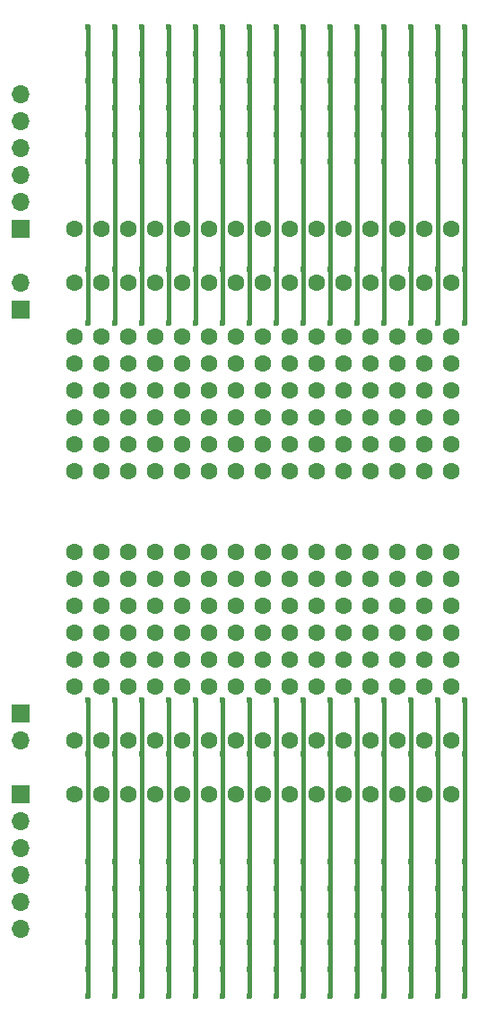
<source format=gbr>
G04 #@! TF.FileFunction,Copper,L2,Bot,Signal*
%FSLAX45Y45*%
G04 Gerber Fmt 4.5, Leading zero omitted, Abs format (unit mm)*
G04 Created by KiCad (PCBNEW 4.0.2-stable) date 2017/02/23 16:32:30*
%MOMM*%
G01*
G04 APERTURE LIST*
%ADD10C,0.200000*%
%ADD11R,1.700000X1.700000*%
%ADD12O,1.700000X1.700000*%
%ADD13C,1.600000*%
%ADD14C,0.600000*%
%ADD15C,0.400000*%
G04 APERTURE END LIST*
D10*
D11*
X10508000Y-7333000D03*
D12*
X10508000Y-7079000D03*
X10508000Y-6825000D03*
X10508000Y-6571000D03*
X10508000Y-6317000D03*
X10508000Y-6063000D03*
D11*
X10508000Y-8095000D03*
D12*
X10508000Y-7841000D03*
D11*
X10508000Y-11905000D03*
D12*
X10508000Y-12159000D03*
D11*
X10508000Y-12667000D03*
D12*
X10508000Y-12921000D03*
X10508000Y-13175000D03*
X10508000Y-13429000D03*
X10508000Y-13683000D03*
X10508000Y-13937000D03*
D13*
X11016000Y-9619000D03*
X11016000Y-9365000D03*
X11016000Y-9111000D03*
X11016000Y-8857000D03*
X11016000Y-8603000D03*
X11016000Y-8349000D03*
X11016000Y-11651000D03*
X11016000Y-11397000D03*
X11016000Y-11143000D03*
X11016000Y-10889000D03*
X11016000Y-10635000D03*
X11016000Y-10381000D03*
X11016000Y-7333000D03*
X11016000Y-7841000D03*
X11016000Y-12667000D03*
X11016000Y-12159000D03*
X11270000Y-9619000D03*
X11270000Y-9365000D03*
X11270000Y-9111000D03*
X11270000Y-8857000D03*
X11270000Y-8603000D03*
X11270000Y-8349000D03*
X11270000Y-11651000D03*
X11270000Y-11397000D03*
X11270000Y-11143000D03*
X11270000Y-10889000D03*
X11270000Y-10635000D03*
X11270000Y-10381000D03*
X11270000Y-7333000D03*
X11270000Y-7841000D03*
X11270000Y-12667000D03*
X11270000Y-12159000D03*
X11524000Y-9619000D03*
X11524000Y-9365000D03*
X11524000Y-9111000D03*
X11524000Y-8857000D03*
X11524000Y-8603000D03*
X11524000Y-8349000D03*
X11524000Y-11651000D03*
X11524000Y-11397000D03*
X11524000Y-11143000D03*
X11524000Y-10889000D03*
X11524000Y-10635000D03*
X11524000Y-10381000D03*
X11524000Y-7333000D03*
X11524000Y-7841000D03*
X11524000Y-12667000D03*
X11524000Y-12159000D03*
X11778000Y-9619000D03*
X11778000Y-9365000D03*
X11778000Y-9111000D03*
X11778000Y-8857000D03*
X11778000Y-8603000D03*
X11778000Y-8349000D03*
X11778000Y-11651000D03*
X11778000Y-11397000D03*
X11778000Y-11143000D03*
X11778000Y-10889000D03*
X11778000Y-10635000D03*
X11778000Y-10381000D03*
X11778000Y-7333000D03*
X11778000Y-7841000D03*
X11778000Y-12667000D03*
X11778000Y-12159000D03*
X12032000Y-9619000D03*
X12032000Y-9365000D03*
X12032000Y-9111000D03*
X12032000Y-8857000D03*
X12032000Y-8603000D03*
X12032000Y-8349000D03*
X12032000Y-11651000D03*
X12032000Y-11397000D03*
X12032000Y-11143000D03*
X12032000Y-10889000D03*
X12032000Y-10635000D03*
X12032000Y-10381000D03*
X12032000Y-7333000D03*
X12032000Y-7841000D03*
X12032000Y-12667000D03*
X12032000Y-12159000D03*
X12286000Y-9619000D03*
X12286000Y-9365000D03*
X12286000Y-9111000D03*
X12286000Y-8857000D03*
X12286000Y-8603000D03*
X12286000Y-8349000D03*
X12286000Y-11651000D03*
X12286000Y-11397000D03*
X12286000Y-11143000D03*
X12286000Y-10889000D03*
X12286000Y-10635000D03*
X12286000Y-10381000D03*
X12286000Y-7333000D03*
X12286000Y-7841000D03*
X12286000Y-12667000D03*
X12286000Y-12159000D03*
X12540000Y-9619000D03*
X12540000Y-9365000D03*
X12540000Y-9111000D03*
X12540000Y-8857000D03*
X12540000Y-8603000D03*
X12540000Y-8349000D03*
X12540000Y-11651000D03*
X12540000Y-11397000D03*
X12540000Y-11143000D03*
X12540000Y-10889000D03*
X12540000Y-10635000D03*
X12540000Y-10381000D03*
X12540000Y-7333000D03*
X12540000Y-7841000D03*
X12540000Y-12667000D03*
X12540000Y-12159000D03*
X12794000Y-9619000D03*
X12794000Y-9365000D03*
X12794000Y-9111000D03*
X12794000Y-8857000D03*
X12794000Y-8603000D03*
X12794000Y-8349000D03*
X12794000Y-11651000D03*
X12794000Y-11397000D03*
X12794000Y-11143000D03*
X12794000Y-10889000D03*
X12794000Y-10635000D03*
X12794000Y-10381000D03*
X12794000Y-7333000D03*
X12794000Y-7841000D03*
X12794000Y-12667000D03*
X12794000Y-12159000D03*
X13048000Y-9619000D03*
X13048000Y-9365000D03*
X13048000Y-9111000D03*
X13048000Y-8857000D03*
X13048000Y-8603000D03*
X13048000Y-8349000D03*
X13048000Y-11651000D03*
X13048000Y-11397000D03*
X13048000Y-11143000D03*
X13048000Y-10889000D03*
X13048000Y-10635000D03*
X13048000Y-10381000D03*
X13048000Y-7333000D03*
X13048000Y-7841000D03*
X13048000Y-12667000D03*
X13048000Y-12159000D03*
X13302000Y-9619000D03*
X13302000Y-9365000D03*
X13302000Y-9111000D03*
X13302000Y-8857000D03*
X13302000Y-8603000D03*
X13302000Y-8349000D03*
X13302000Y-11651000D03*
X13302000Y-11397000D03*
X13302000Y-11143000D03*
X13302000Y-10889000D03*
X13302000Y-10635000D03*
X13302000Y-10381000D03*
X13302000Y-7333000D03*
X13302000Y-7841000D03*
X13302000Y-12667000D03*
X13302000Y-12159000D03*
X13556000Y-9619000D03*
X13556000Y-9365000D03*
X13556000Y-9111000D03*
X13556000Y-8857000D03*
X13556000Y-8603000D03*
X13556000Y-8349000D03*
X13556000Y-11651000D03*
X13556000Y-11397000D03*
X13556000Y-11143000D03*
X13556000Y-10889000D03*
X13556000Y-10635000D03*
X13556000Y-10381000D03*
X13556000Y-7333000D03*
X13556000Y-7841000D03*
X13556000Y-12667000D03*
X13556000Y-12159000D03*
X13810000Y-9619000D03*
X13810000Y-9365000D03*
X13810000Y-9111000D03*
X13810000Y-8857000D03*
X13810000Y-8603000D03*
X13810000Y-8349000D03*
X13810000Y-11651000D03*
X13810000Y-11397000D03*
X13810000Y-11143000D03*
X13810000Y-10889000D03*
X13810000Y-10635000D03*
X13810000Y-10381000D03*
X13810000Y-7333000D03*
X13810000Y-7841000D03*
X13810000Y-12667000D03*
X13810000Y-12159000D03*
X14064000Y-9619000D03*
X14064000Y-9365000D03*
X14064000Y-9111000D03*
X14064000Y-8857000D03*
X14064000Y-8603000D03*
X14064000Y-8349000D03*
X14064000Y-11651000D03*
X14064000Y-11397000D03*
X14064000Y-11143000D03*
X14064000Y-10889000D03*
X14064000Y-10635000D03*
X14064000Y-10381000D03*
X14064000Y-7333000D03*
X14064000Y-7841000D03*
X14064000Y-12667000D03*
X14064000Y-12159000D03*
X14318000Y-9619000D03*
X14318000Y-9365000D03*
X14318000Y-9111000D03*
X14318000Y-8857000D03*
X14318000Y-8603000D03*
X14318000Y-8349000D03*
X14318000Y-11651000D03*
X14318000Y-11397000D03*
X14318000Y-11143000D03*
X14318000Y-10889000D03*
X14318000Y-10635000D03*
X14318000Y-10381000D03*
X14318000Y-7333000D03*
X14318000Y-7841000D03*
X14318000Y-12667000D03*
X14318000Y-12159000D03*
X14572000Y-9619000D03*
X14572000Y-9365000D03*
X14572000Y-9111000D03*
X14572000Y-8857000D03*
X14572000Y-8603000D03*
X14572000Y-8349000D03*
X14572000Y-11651000D03*
X14572000Y-11397000D03*
X14572000Y-11143000D03*
X14572000Y-10889000D03*
X14572000Y-10635000D03*
X14572000Y-10381000D03*
X14572000Y-7333000D03*
X14572000Y-7841000D03*
X14572000Y-12667000D03*
X14572000Y-12159000D03*
D14*
X11143000Y-5428000D03*
X11143000Y-5682000D03*
X11143000Y-5936000D03*
X11143000Y-6190000D03*
X11143000Y-6444000D03*
X11143000Y-6698000D03*
X11143000Y-7714000D03*
X11143000Y-8222000D03*
X11143000Y-13556000D03*
X11143000Y-13810000D03*
X11143000Y-14318000D03*
X11143000Y-14572000D03*
X11143000Y-13302000D03*
X11143000Y-12286000D03*
X11143000Y-11778000D03*
X11143000Y-14064000D03*
X11397000Y-8222000D03*
X11397000Y-7714000D03*
X11397000Y-6698000D03*
X11397000Y-6444000D03*
X11397000Y-6190000D03*
X11397000Y-5936000D03*
X11397000Y-5682000D03*
X11397000Y-5428000D03*
X11397000Y-11778000D03*
X11397000Y-12286000D03*
X11397000Y-13302000D03*
X11397000Y-14572000D03*
X11397000Y-14318000D03*
X11397000Y-14064000D03*
X11397000Y-13810000D03*
X11397000Y-13556000D03*
X11651000Y-8222000D03*
X11651000Y-7714000D03*
X11651000Y-6698000D03*
X11651000Y-6444000D03*
X11651000Y-6190000D03*
X11651000Y-5936000D03*
X11651000Y-5682000D03*
X11651000Y-5428000D03*
X11651000Y-11778000D03*
X11651000Y-12286000D03*
X11651000Y-13302000D03*
X11651000Y-14572000D03*
X11651000Y-14318000D03*
X11651000Y-14064000D03*
X11651000Y-13810000D03*
X11651000Y-13556000D03*
X11905000Y-5428000D03*
X11905000Y-5682000D03*
X11905000Y-5936000D03*
X11905000Y-6190000D03*
X11905000Y-6444000D03*
X11905000Y-6698000D03*
X11905000Y-7714000D03*
X11905000Y-8222000D03*
X11905000Y-14318000D03*
X11905000Y-14572000D03*
X11905000Y-13302000D03*
X11905000Y-12286000D03*
X11905000Y-11778000D03*
X11905000Y-13556000D03*
X11905000Y-13810000D03*
X11905000Y-14064000D03*
X12159000Y-8222000D03*
X12159000Y-7714000D03*
X12159000Y-6698000D03*
X12159000Y-6444000D03*
X12159000Y-6190000D03*
X12159000Y-5936000D03*
X12159000Y-5682000D03*
X12159000Y-5428000D03*
X12159000Y-11778000D03*
X12159000Y-12286000D03*
X12159000Y-13302000D03*
X12159000Y-14572000D03*
X12159000Y-14318000D03*
X12159000Y-14064000D03*
X12159000Y-13810000D03*
X12159000Y-13556000D03*
X12413000Y-5428000D03*
X12413000Y-5682000D03*
X12413000Y-5936000D03*
X12413000Y-6190000D03*
X12413000Y-6444000D03*
X12413000Y-6698000D03*
X12413000Y-7714000D03*
X12413000Y-8222000D03*
X12413000Y-13556000D03*
X12413000Y-13810000D03*
X12413000Y-14064000D03*
X12413000Y-14318000D03*
X12413000Y-14572000D03*
X12413000Y-13302000D03*
X12413000Y-12286000D03*
X12413000Y-11778000D03*
X12667000Y-5428000D03*
X12667000Y-5682000D03*
X12667000Y-5936000D03*
X12667000Y-6190000D03*
X12667000Y-6444000D03*
X12667000Y-6698000D03*
X12667000Y-7714000D03*
X12667000Y-8222000D03*
X12667000Y-14318000D03*
X12667000Y-14572000D03*
X12667000Y-13302000D03*
X12667000Y-12286000D03*
X12667000Y-11778000D03*
X12667000Y-13556000D03*
X12667000Y-13810000D03*
X12667000Y-14064000D03*
X12921000Y-8222000D03*
X12921000Y-7714000D03*
X12921000Y-6698000D03*
X12921000Y-6444000D03*
X12921000Y-6190000D03*
X12921000Y-5936000D03*
X12921000Y-5682000D03*
X12921000Y-5428000D03*
X12921000Y-11778000D03*
X12921000Y-12286000D03*
X12921000Y-13302000D03*
X12921000Y-14572000D03*
X12921000Y-14318000D03*
X12921000Y-14064000D03*
X12921000Y-13810000D03*
X12921000Y-13556000D03*
X13175000Y-5428000D03*
X13175000Y-5682000D03*
X13175000Y-5936000D03*
X13175000Y-6190000D03*
X13175000Y-6444000D03*
X13175000Y-6698000D03*
X13175000Y-7714000D03*
X13175000Y-8222000D03*
X13175000Y-13556000D03*
X13175000Y-13810000D03*
X13175000Y-14064000D03*
X13175000Y-14318000D03*
X13175000Y-14572000D03*
X13175000Y-13302000D03*
X13175000Y-12286000D03*
X13175000Y-11778000D03*
X13429000Y-5428000D03*
X13429000Y-5682000D03*
X13429000Y-5936000D03*
X13429000Y-6190000D03*
X13429000Y-6444000D03*
X13429000Y-6698000D03*
X13429000Y-7714000D03*
X13429000Y-8222000D03*
X13429000Y-13556000D03*
X13429000Y-13810000D03*
X13429000Y-14064000D03*
X13429000Y-14318000D03*
X13429000Y-14572000D03*
X13429000Y-13302000D03*
X13429000Y-12286000D03*
X13429000Y-11778000D03*
X13683000Y-8222000D03*
X13683000Y-7714000D03*
X13683000Y-6698000D03*
X13683000Y-6444000D03*
X13683000Y-6190000D03*
X13683000Y-5936000D03*
X13683000Y-5682000D03*
X13683000Y-5428000D03*
X13683000Y-11778000D03*
X13683000Y-12286000D03*
X13683000Y-13302000D03*
X13683000Y-14572000D03*
X13683000Y-14318000D03*
X13683000Y-14064000D03*
X13683000Y-13810000D03*
X13683000Y-13556000D03*
X13937000Y-5428000D03*
X13937000Y-5682000D03*
X13937000Y-5936000D03*
X13937000Y-6190000D03*
X13937000Y-6444000D03*
X13937000Y-6698000D03*
X13937000Y-7714000D03*
X13937000Y-8222000D03*
X13937000Y-13556000D03*
X13937000Y-13810000D03*
X13937000Y-14064000D03*
X13937000Y-14318000D03*
X13937000Y-14572000D03*
X13937000Y-13302000D03*
X13937000Y-12286000D03*
X13937000Y-11778000D03*
X14191000Y-8222000D03*
X14191000Y-7714000D03*
X14191000Y-6698000D03*
X14191000Y-6444000D03*
X14191000Y-6190000D03*
X14191000Y-5936000D03*
X14191000Y-5682000D03*
X14191000Y-5428000D03*
X14191000Y-11778000D03*
X14191000Y-12286000D03*
X14191000Y-13302000D03*
X14191000Y-14572000D03*
X14191000Y-14318000D03*
X14191000Y-14064000D03*
X14191000Y-13810000D03*
X14191000Y-13556000D03*
X14445000Y-8222000D03*
X14445000Y-7714000D03*
X14445000Y-6698000D03*
X14445000Y-6444000D03*
X14445000Y-6190000D03*
X14445000Y-5936000D03*
X14445000Y-5682000D03*
X14445000Y-5428000D03*
X14445000Y-11778000D03*
X14445000Y-12286000D03*
X14445000Y-13302000D03*
X14445000Y-14572000D03*
X14445000Y-14318000D03*
X14445000Y-14064000D03*
X14445000Y-13810000D03*
X14445000Y-13556000D03*
X14699000Y-5428000D03*
X14699000Y-5682000D03*
X14699000Y-5936000D03*
X14699000Y-6190000D03*
X14699000Y-6444000D03*
X14699000Y-6698000D03*
X14699000Y-7714000D03*
X14699000Y-8222000D03*
X14699000Y-13556000D03*
X14699000Y-13810000D03*
X14699000Y-14064000D03*
X14699000Y-14318000D03*
X14699000Y-14572000D03*
X14699000Y-13302000D03*
X14699000Y-12286000D03*
X14699000Y-11778000D03*
D15*
X11143000Y-5428000D02*
X11143000Y-5682000D01*
X11143000Y-5936000D02*
X11143000Y-5682000D01*
X11143000Y-5936000D02*
X11143000Y-6190000D01*
X11143000Y-6444000D02*
X11143000Y-6190000D01*
X11143000Y-6444000D02*
X11143000Y-6698000D01*
X11143000Y-7714000D02*
X11143000Y-6698000D01*
X11143000Y-8222000D02*
X11143000Y-7714000D01*
X11143000Y-13302000D02*
X11143000Y-13556000D01*
X11143000Y-13556000D02*
X11143000Y-13810000D01*
X11143000Y-13810000D02*
X11143000Y-14064000D01*
X11143000Y-14318000D02*
X11143000Y-14572000D01*
X11143000Y-12286000D02*
X11143000Y-13302000D01*
X11143000Y-11778000D02*
X11143000Y-12286000D01*
X11143000Y-14064000D02*
X11143000Y-14318000D01*
X11397000Y-8222000D02*
X11397000Y-7714000D01*
X11397000Y-7714000D02*
X11397000Y-6698000D01*
X11397000Y-6444000D02*
X11397000Y-6698000D01*
X11397000Y-6444000D02*
X11397000Y-6190000D01*
X11397000Y-5936000D02*
X11397000Y-6190000D01*
X11397000Y-5936000D02*
X11397000Y-5682000D01*
X11397000Y-5428000D02*
X11397000Y-5682000D01*
X11397000Y-11778000D02*
X11397000Y-12286000D01*
X11397000Y-12286000D02*
X11397000Y-13302000D01*
X11397000Y-14318000D02*
X11397000Y-14572000D01*
X11397000Y-13302000D02*
X11397000Y-13556000D01*
X11397000Y-14064000D02*
X11397000Y-14318000D01*
X11397000Y-13810000D02*
X11397000Y-14064000D01*
X11397000Y-13556000D02*
X11397000Y-13810000D01*
X11651000Y-8222000D02*
X11651000Y-7714000D01*
X11651000Y-7714000D02*
X11651000Y-6698000D01*
X11651000Y-6444000D02*
X11651000Y-6698000D01*
X11651000Y-6444000D02*
X11651000Y-6190000D01*
X11651000Y-5936000D02*
X11651000Y-6190000D01*
X11651000Y-5936000D02*
X11651000Y-5682000D01*
X11651000Y-5428000D02*
X11651000Y-5682000D01*
X11651000Y-11778000D02*
X11651000Y-12286000D01*
X11651000Y-12286000D02*
X11651000Y-13302000D01*
X11651000Y-14318000D02*
X11651000Y-14572000D01*
X11651000Y-13302000D02*
X11651000Y-13556000D01*
X11651000Y-14064000D02*
X11651000Y-14318000D01*
X11651000Y-13810000D02*
X11651000Y-14064000D01*
X11651000Y-13556000D02*
X11651000Y-13810000D01*
X11905000Y-5428000D02*
X11905000Y-5682000D01*
X11905000Y-5936000D02*
X11905000Y-5682000D01*
X11905000Y-5936000D02*
X11905000Y-6190000D01*
X11905000Y-6444000D02*
X11905000Y-6190000D01*
X11905000Y-6444000D02*
X11905000Y-6698000D01*
X11905000Y-7714000D02*
X11905000Y-6698000D01*
X11905000Y-8222000D02*
X11905000Y-7714000D01*
X11905000Y-13302000D02*
X11905000Y-13556000D01*
X11905000Y-14318000D02*
X11905000Y-14572000D01*
X11905000Y-12286000D02*
X11905000Y-13302000D01*
X11905000Y-11778000D02*
X11905000Y-12286000D01*
X11905000Y-13556000D02*
X11905000Y-13810000D01*
X11905000Y-13810000D02*
X11905000Y-14064000D01*
X11905000Y-14064000D02*
X11905000Y-14318000D01*
X12159000Y-8222000D02*
X12159000Y-7714000D01*
X12159000Y-7714000D02*
X12159000Y-6698000D01*
X12159000Y-6444000D02*
X12159000Y-6698000D01*
X12159000Y-6444000D02*
X12159000Y-6190000D01*
X12159000Y-5936000D02*
X12159000Y-6190000D01*
X12159000Y-5936000D02*
X12159000Y-5682000D01*
X12159000Y-5428000D02*
X12159000Y-5682000D01*
X12159000Y-11778000D02*
X12159000Y-12286000D01*
X12159000Y-12286000D02*
X12159000Y-13302000D01*
X12159000Y-14318000D02*
X12159000Y-14572000D01*
X12159000Y-13302000D02*
X12159000Y-13556000D01*
X12159000Y-14064000D02*
X12159000Y-14318000D01*
X12159000Y-13810000D02*
X12159000Y-14064000D01*
X12159000Y-13556000D02*
X12159000Y-13810000D01*
X12413000Y-5428000D02*
X12413000Y-5682000D01*
X12413000Y-5936000D02*
X12413000Y-5682000D01*
X12413000Y-5936000D02*
X12413000Y-6190000D01*
X12413000Y-6444000D02*
X12413000Y-6190000D01*
X12413000Y-6444000D02*
X12413000Y-6698000D01*
X12413000Y-7714000D02*
X12413000Y-6698000D01*
X12413000Y-8222000D02*
X12413000Y-7714000D01*
X12413000Y-13556000D02*
X12413000Y-13810000D01*
X12413000Y-13810000D02*
X12413000Y-14064000D01*
X12413000Y-14064000D02*
X12413000Y-14318000D01*
X12413000Y-13302000D02*
X12413000Y-13556000D01*
X12413000Y-14318000D02*
X12413000Y-14572000D01*
X12413000Y-12286000D02*
X12413000Y-13302000D01*
X12413000Y-11778000D02*
X12413000Y-12286000D01*
X12667000Y-5428000D02*
X12667000Y-5682000D01*
X12667000Y-5936000D02*
X12667000Y-5682000D01*
X12667000Y-5936000D02*
X12667000Y-6190000D01*
X12667000Y-6444000D02*
X12667000Y-6190000D01*
X12667000Y-6444000D02*
X12667000Y-6698000D01*
X12667000Y-7714000D02*
X12667000Y-6698000D01*
X12667000Y-8222000D02*
X12667000Y-7714000D01*
X12667000Y-13302000D02*
X12667000Y-13556000D01*
X12667000Y-14318000D02*
X12667000Y-14572000D01*
X12667000Y-12286000D02*
X12667000Y-13302000D01*
X12667000Y-11778000D02*
X12667000Y-12286000D01*
X12667000Y-13556000D02*
X12667000Y-13810000D01*
X12667000Y-13810000D02*
X12667000Y-14064000D01*
X12667000Y-14064000D02*
X12667000Y-14318000D01*
X12921000Y-8222000D02*
X12921000Y-7714000D01*
X12921000Y-7714000D02*
X12921000Y-6698000D01*
X12921000Y-6444000D02*
X12921000Y-6698000D01*
X12921000Y-6444000D02*
X12921000Y-6190000D01*
X12921000Y-5936000D02*
X12921000Y-6190000D01*
X12921000Y-5936000D02*
X12921000Y-5682000D01*
X12921000Y-5428000D02*
X12921000Y-5682000D01*
X12921000Y-11778000D02*
X12921000Y-12286000D01*
X12921000Y-12286000D02*
X12921000Y-13302000D01*
X12921000Y-14318000D02*
X12921000Y-14572000D01*
X12921000Y-14064000D02*
X12921000Y-14318000D01*
X12921000Y-13810000D02*
X12921000Y-14064000D01*
X12921000Y-13556000D02*
X12921000Y-13810000D01*
X12921000Y-13302000D02*
X12921000Y-13556000D01*
X13175000Y-5428000D02*
X13175000Y-5682000D01*
X13175000Y-5936000D02*
X13175000Y-5682000D01*
X13175000Y-5936000D02*
X13175000Y-6190000D01*
X13175000Y-6444000D02*
X13175000Y-6190000D01*
X13175000Y-6444000D02*
X13175000Y-6698000D01*
X13175000Y-7714000D02*
X13175000Y-6698000D01*
X13175000Y-8222000D02*
X13175000Y-7714000D01*
X13175000Y-13556000D02*
X13175000Y-13810000D01*
X13175000Y-13810000D02*
X13175000Y-14064000D01*
X13175000Y-14064000D02*
X13175000Y-14318000D01*
X13175000Y-13302000D02*
X13175000Y-13556000D01*
X13175000Y-14318000D02*
X13175000Y-14572000D01*
X13175000Y-12286000D02*
X13175000Y-13302000D01*
X13175000Y-11778000D02*
X13175000Y-12286000D01*
X13429000Y-5428000D02*
X13429000Y-5682000D01*
X13429000Y-5936000D02*
X13429000Y-5682000D01*
X13429000Y-5936000D02*
X13429000Y-6190000D01*
X13429000Y-6444000D02*
X13429000Y-6190000D01*
X13429000Y-6444000D02*
X13429000Y-6698000D01*
X13429000Y-7714000D02*
X13429000Y-6698000D01*
X13429000Y-8222000D02*
X13429000Y-7714000D01*
X13429000Y-13556000D02*
X13429000Y-13810000D01*
X13429000Y-13810000D02*
X13429000Y-14064000D01*
X13429000Y-14064000D02*
X13429000Y-14318000D01*
X13429000Y-13302000D02*
X13429000Y-13556000D01*
X13429000Y-14318000D02*
X13429000Y-14572000D01*
X13429000Y-12286000D02*
X13429000Y-13302000D01*
X13429000Y-11778000D02*
X13429000Y-12286000D01*
X13683000Y-8222000D02*
X13683000Y-7714000D01*
X13683000Y-7714000D02*
X13683000Y-6698000D01*
X13683000Y-6444000D02*
X13683000Y-6698000D01*
X13683000Y-6444000D02*
X13683000Y-6190000D01*
X13683000Y-5936000D02*
X13683000Y-6190000D01*
X13683000Y-5936000D02*
X13683000Y-5682000D01*
X13683000Y-5428000D02*
X13683000Y-5682000D01*
X13683000Y-11778000D02*
X13683000Y-12286000D01*
X13683000Y-12286000D02*
X13683000Y-13302000D01*
X13683000Y-14318000D02*
X13683000Y-14572000D01*
X13683000Y-14064000D02*
X13683000Y-14318000D01*
X13683000Y-13810000D02*
X13683000Y-14064000D01*
X13683000Y-13556000D02*
X13683000Y-13810000D01*
X13683000Y-13302000D02*
X13683000Y-13556000D01*
X13937000Y-5428000D02*
X13937000Y-5682000D01*
X13937000Y-5936000D02*
X13937000Y-5682000D01*
X13937000Y-5936000D02*
X13937000Y-6190000D01*
X13937000Y-6444000D02*
X13937000Y-6190000D01*
X13937000Y-6444000D02*
X13937000Y-6698000D01*
X13937000Y-7714000D02*
X13937000Y-6698000D01*
X13937000Y-8222000D02*
X13937000Y-7714000D01*
X13937000Y-13556000D02*
X13937000Y-13810000D01*
X13937000Y-13810000D02*
X13937000Y-14064000D01*
X13937000Y-14064000D02*
X13937000Y-14318000D01*
X13937000Y-13302000D02*
X13937000Y-13556000D01*
X13937000Y-14318000D02*
X13937000Y-14572000D01*
X13937000Y-12286000D02*
X13937000Y-13302000D01*
X13937000Y-11778000D02*
X13937000Y-12286000D01*
X14191000Y-8222000D02*
X14191000Y-7714000D01*
X14191000Y-7714000D02*
X14191000Y-6698000D01*
X14191000Y-6444000D02*
X14191000Y-6698000D01*
X14191000Y-6444000D02*
X14191000Y-6190000D01*
X14191000Y-5936000D02*
X14191000Y-6190000D01*
X14191000Y-5936000D02*
X14191000Y-5682000D01*
X14191000Y-5428000D02*
X14191000Y-5682000D01*
X14191000Y-11778000D02*
X14191000Y-12286000D01*
X14191000Y-12286000D02*
X14191000Y-13302000D01*
X14191000Y-14318000D02*
X14191000Y-14572000D01*
X14191000Y-13302000D02*
X14191000Y-13556000D01*
X14191000Y-14064000D02*
X14191000Y-14318000D01*
X14191000Y-13810000D02*
X14191000Y-14064000D01*
X14191000Y-13556000D02*
X14191000Y-13810000D01*
X14445000Y-8222000D02*
X14445000Y-7714000D01*
X14445000Y-7714000D02*
X14445000Y-6698000D01*
X14445000Y-6444000D02*
X14445000Y-6698000D01*
X14445000Y-6444000D02*
X14445000Y-6190000D01*
X14445000Y-5936000D02*
X14445000Y-6190000D01*
X14445000Y-5936000D02*
X14445000Y-5682000D01*
X14445000Y-5428000D02*
X14445000Y-5682000D01*
X14445000Y-11778000D02*
X14445000Y-12286000D01*
X14445000Y-12286000D02*
X14445000Y-13302000D01*
X14445000Y-14318000D02*
X14445000Y-14572000D01*
X14445000Y-14064000D02*
X14445000Y-14318000D01*
X14445000Y-13810000D02*
X14445000Y-14064000D01*
X14445000Y-13556000D02*
X14445000Y-13810000D01*
X14445000Y-13302000D02*
X14445000Y-13556000D01*
X14699000Y-5428000D02*
X14699000Y-5682000D01*
X14699000Y-5936000D02*
X14699000Y-5682000D01*
X14699000Y-5936000D02*
X14699000Y-6190000D01*
X14699000Y-6444000D02*
X14699000Y-6190000D01*
X14699000Y-6444000D02*
X14699000Y-6698000D01*
X14699000Y-7714000D02*
X14699000Y-6698000D01*
X14699000Y-8222000D02*
X14699000Y-7714000D01*
X14699000Y-13302000D02*
X14699000Y-13556000D01*
X14699000Y-13556000D02*
X14699000Y-13810000D01*
X14699000Y-13810000D02*
X14699000Y-14064000D01*
X14699000Y-14064000D02*
X14699000Y-14318000D01*
X14699000Y-14318000D02*
X14699000Y-14572000D01*
X14699000Y-12286000D02*
X14699000Y-13302000D01*
X14699000Y-11778000D02*
X14699000Y-12286000D01*
M02*

</source>
